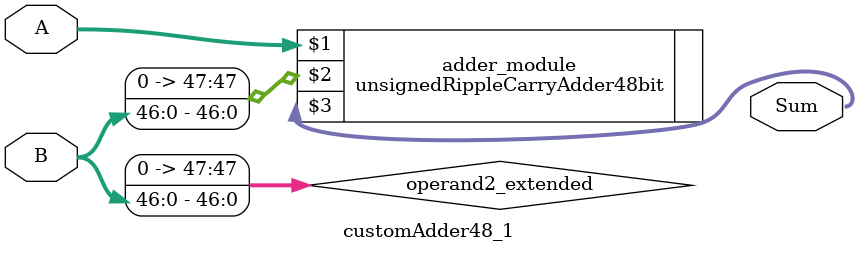
<source format=v>
module customAdder48_1(
                        input [47 : 0] A,
                        input [46 : 0] B,
                        
                        output [48 : 0] Sum
                );

        wire [47 : 0] operand2_extended;
        
        assign operand2_extended =  {1'b0, B};
        
        unsignedRippleCarryAdder48bit adder_module(
            A,
            operand2_extended,
            Sum
        );
        
        endmodule
        
</source>
